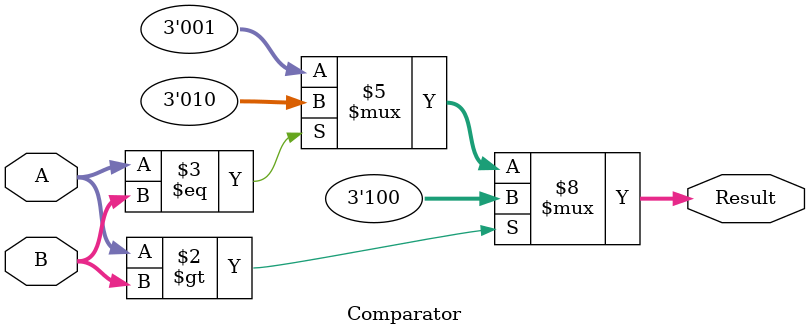
<source format=v>
`timescale 1ns / 1ps
module Comparator(A,B,Result);

input [1:0] A,B;
output reg [2:0] Result;//Procedurally generate output

always @ (A,B)
    begin
        if(A>B)
            Result <= 3'b100;
        else if(A==B)
            Result <= 3'b010;
        else
            Result <= 3'b001;
    end

endmodule

</source>
